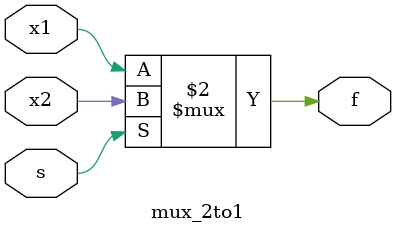
<source format=v>
module mux_2to1 (
    input wire x1,
    input wire x2,
    input wire s,
    output wire f
);

assign f = (s == 1'b0) ? x1 : x2;

endmodule

</source>
